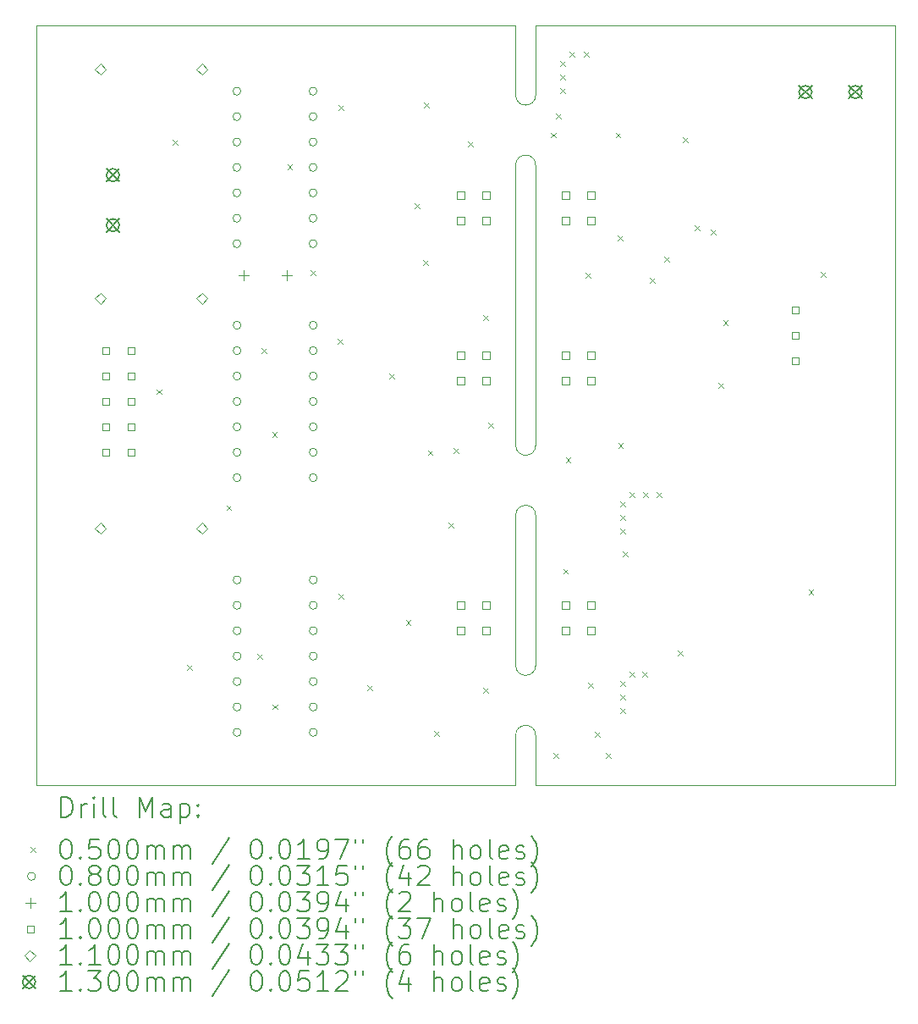
<source format=gbr>
%TF.GenerationSoftware,KiCad,Pcbnew,6.0.10-86aedd382b~118~ubuntu20.04.1*%
%TF.CreationDate,2023-01-20T20:18:41+03:00*%
%TF.ProjectId,PMSM_driver,504d534d-5f64-4726-9976-65722e6b6963,v0.1*%
%TF.SameCoordinates,Original*%
%TF.FileFunction,Drillmap*%
%TF.FilePolarity,Positive*%
%FSLAX45Y45*%
G04 Gerber Fmt 4.5, Leading zero omitted, Abs format (unit mm)*
G04 Created by KiCad (PCBNEW 6.0.10-86aedd382b~118~ubuntu20.04.1) date 2023-01-20 20:18:41*
%MOMM*%
%LPD*%
G01*
G04 APERTURE LIST*
%ADD10C,0.100000*%
%ADD11C,0.200000*%
%ADD12C,0.050000*%
%ADD13C,0.080000*%
%ADD14C,0.110000*%
%ADD15C,0.130000*%
G04 APERTURE END LIST*
D10*
X14800000Y-12200000D02*
G75*
G03*
X14600000Y-12200000I-100000J0D01*
G01*
X14600000Y-6500000D02*
X14600000Y-9300000D01*
X18400000Y-12700000D02*
X14800000Y-12700000D01*
X9800000Y-12700000D02*
X14600000Y-12700000D01*
X14600000Y-5100000D02*
X9800000Y-5100000D01*
X9800000Y-5100000D02*
X9800000Y-12700000D01*
X14600000Y-12200000D02*
X14600000Y-12700000D01*
X14600000Y-10000000D02*
X14600000Y-11500000D01*
X14600000Y-9300000D02*
G75*
G03*
X14800000Y-9300000I100000J0D01*
G01*
X14800000Y-5100000D02*
X14800000Y-5800000D01*
X14800000Y-10000000D02*
G75*
G03*
X14600000Y-10000000I-100000J0D01*
G01*
X14600000Y-5800000D02*
G75*
G03*
X14800000Y-5800000I100000J0D01*
G01*
X18400000Y-5100000D02*
X18400000Y-12700000D01*
X14800000Y-12200000D02*
X14800000Y-12700000D01*
X14800000Y-5100000D02*
X18400000Y-5100000D01*
X14600000Y-11500000D02*
G75*
G03*
X14800000Y-11500000I100000J0D01*
G01*
X14800000Y-11500000D02*
X14800000Y-10000000D01*
X14800000Y-9300000D02*
X14800000Y-6500000D01*
X14800000Y-6500000D02*
G75*
G03*
X14600000Y-6500000I-100000J0D01*
G01*
X14600000Y-5800000D02*
X14600000Y-5100000D01*
D11*
D12*
X11005000Y-8740000D02*
X11055000Y-8790000D01*
X11055000Y-8740000D02*
X11005000Y-8790000D01*
X11170000Y-6250000D02*
X11220000Y-6300000D01*
X11220000Y-6250000D02*
X11170000Y-6300000D01*
X11315000Y-11495000D02*
X11365000Y-11545000D01*
X11365000Y-11495000D02*
X11315000Y-11545000D01*
X11705000Y-9900000D02*
X11755000Y-9950000D01*
X11755000Y-9900000D02*
X11705000Y-9950000D01*
X12015000Y-11382500D02*
X12065000Y-11432500D01*
X12065000Y-11382500D02*
X12015000Y-11432500D01*
X12060000Y-8330000D02*
X12110000Y-8380000D01*
X12110000Y-8330000D02*
X12060000Y-8380000D01*
X12162500Y-9167500D02*
X12212500Y-9217500D01*
X12212500Y-9167500D02*
X12162500Y-9217500D01*
X12167500Y-11890000D02*
X12217500Y-11940000D01*
X12217500Y-11890000D02*
X12167500Y-11940000D01*
X12315000Y-6495000D02*
X12365000Y-6545000D01*
X12365000Y-6495000D02*
X12315000Y-6545000D01*
X12550000Y-7550000D02*
X12600000Y-7600000D01*
X12600000Y-7550000D02*
X12550000Y-7600000D01*
X12815000Y-8240000D02*
X12865000Y-8290000D01*
X12865000Y-8240000D02*
X12815000Y-8290000D01*
X12825000Y-5900000D02*
X12875000Y-5950000D01*
X12875000Y-5900000D02*
X12825000Y-5950000D01*
X12830000Y-10785000D02*
X12880000Y-10835000D01*
X12880000Y-10785000D02*
X12830000Y-10835000D01*
X13117500Y-11702500D02*
X13167500Y-11752500D01*
X13167500Y-11702500D02*
X13117500Y-11752500D01*
X13338000Y-8583000D02*
X13388000Y-8633000D01*
X13388000Y-8583000D02*
X13338000Y-8633000D01*
X13500000Y-11050000D02*
X13550000Y-11100000D01*
X13550000Y-11050000D02*
X13500000Y-11100000D01*
X13586000Y-6879000D02*
X13636000Y-6929000D01*
X13636000Y-6879000D02*
X13586000Y-6929000D01*
X13675000Y-7450000D02*
X13725000Y-7500000D01*
X13725000Y-7450000D02*
X13675000Y-7500000D01*
X13685000Y-5877500D02*
X13735000Y-5927500D01*
X13735000Y-5877500D02*
X13685000Y-5927500D01*
X13720000Y-9350000D02*
X13770000Y-9400000D01*
X13770000Y-9350000D02*
X13720000Y-9400000D01*
X13785000Y-12155000D02*
X13835000Y-12205000D01*
X13835000Y-12155000D02*
X13785000Y-12205000D01*
X13925000Y-10075000D02*
X13975000Y-10125000D01*
X13975000Y-10075000D02*
X13925000Y-10125000D01*
X13975000Y-9325000D02*
X14025000Y-9375000D01*
X14025000Y-9325000D02*
X13975000Y-9375000D01*
X14125000Y-6265000D02*
X14175000Y-6315000D01*
X14175000Y-6265000D02*
X14125000Y-6315000D01*
X14275000Y-8000000D02*
X14325000Y-8050000D01*
X14325000Y-8000000D02*
X14275000Y-8050000D01*
X14275000Y-11725000D02*
X14325000Y-11775000D01*
X14325000Y-11725000D02*
X14275000Y-11775000D01*
X14325000Y-9075000D02*
X14375000Y-9125000D01*
X14375000Y-9075000D02*
X14325000Y-9125000D01*
X14950000Y-6175000D02*
X15000000Y-6225000D01*
X15000000Y-6175000D02*
X14950000Y-6225000D01*
X14975000Y-12375000D02*
X15025000Y-12425000D01*
X15025000Y-12375000D02*
X14975000Y-12425000D01*
X15000000Y-5985000D02*
X15050000Y-6035000D01*
X15050000Y-5985000D02*
X15000000Y-6035000D01*
X15045000Y-5460000D02*
X15095000Y-5510000D01*
X15095000Y-5460000D02*
X15045000Y-5510000D01*
X15045000Y-5595000D02*
X15095000Y-5645000D01*
X15095000Y-5595000D02*
X15045000Y-5645000D01*
X15045000Y-5730000D02*
X15095000Y-5780000D01*
X15095000Y-5730000D02*
X15045000Y-5780000D01*
X15075000Y-10535000D02*
X15125000Y-10585000D01*
X15125000Y-10535000D02*
X15075000Y-10585000D01*
X15100000Y-9425000D02*
X15150000Y-9475000D01*
X15150000Y-9425000D02*
X15100000Y-9475000D01*
X15140000Y-5365000D02*
X15190000Y-5415000D01*
X15190000Y-5365000D02*
X15140000Y-5415000D01*
X15280000Y-5365000D02*
X15330000Y-5415000D01*
X15330000Y-5365000D02*
X15280000Y-5415000D01*
X15300000Y-7575000D02*
X15350000Y-7625000D01*
X15350000Y-7575000D02*
X15300000Y-7625000D01*
X15325000Y-11675000D02*
X15375000Y-11725000D01*
X15375000Y-11675000D02*
X15325000Y-11725000D01*
X15392500Y-12165500D02*
X15442500Y-12215500D01*
X15442500Y-12165500D02*
X15392500Y-12215500D01*
X15500000Y-12375000D02*
X15550000Y-12425000D01*
X15550000Y-12375000D02*
X15500000Y-12425000D01*
X15600000Y-6175000D02*
X15650000Y-6225000D01*
X15650000Y-6175000D02*
X15600000Y-6225000D01*
X15617500Y-7200000D02*
X15667500Y-7250000D01*
X15667500Y-7200000D02*
X15617500Y-7250000D01*
X15625000Y-9275000D02*
X15675000Y-9325000D01*
X15675000Y-9275000D02*
X15625000Y-9325000D01*
X15645000Y-9860000D02*
X15695000Y-9910000D01*
X15695000Y-9860000D02*
X15645000Y-9910000D01*
X15645000Y-9995000D02*
X15695000Y-10045000D01*
X15695000Y-9995000D02*
X15645000Y-10045000D01*
X15645000Y-10130000D02*
X15695000Y-10180000D01*
X15695000Y-10130000D02*
X15645000Y-10180000D01*
X15645000Y-11660000D02*
X15695000Y-11710000D01*
X15695000Y-11660000D02*
X15645000Y-11710000D01*
X15645000Y-11795000D02*
X15695000Y-11845000D01*
X15695000Y-11795000D02*
X15645000Y-11845000D01*
X15645000Y-11930000D02*
X15695000Y-11980000D01*
X15695000Y-11930000D02*
X15645000Y-11980000D01*
X15675000Y-10365000D02*
X15725000Y-10415000D01*
X15725000Y-10365000D02*
X15675000Y-10415000D01*
X15740000Y-9765000D02*
X15790000Y-9815000D01*
X15790000Y-9765000D02*
X15740000Y-9815000D01*
X15740000Y-11562500D02*
X15790000Y-11612500D01*
X15790000Y-11562500D02*
X15740000Y-11612500D01*
X15870000Y-11562500D02*
X15920000Y-11612500D01*
X15920000Y-11562500D02*
X15870000Y-11612500D01*
X15875000Y-9765000D02*
X15925000Y-9815000D01*
X15925000Y-9765000D02*
X15875000Y-9815000D01*
X15940000Y-7630000D02*
X15990000Y-7680000D01*
X15990000Y-7630000D02*
X15940000Y-7680000D01*
X16010000Y-9765000D02*
X16060000Y-9815000D01*
X16060000Y-9765000D02*
X16010000Y-9815000D01*
X16085000Y-7415000D02*
X16135000Y-7465000D01*
X16135000Y-7415000D02*
X16085000Y-7465000D01*
X16225000Y-11350000D02*
X16275000Y-11400000D01*
X16275000Y-11350000D02*
X16225000Y-11400000D01*
X16275000Y-6225000D02*
X16325000Y-6275000D01*
X16325000Y-6225000D02*
X16275000Y-6275000D01*
X16395000Y-7105000D02*
X16445000Y-7155000D01*
X16445000Y-7105000D02*
X16395000Y-7155000D01*
X16555000Y-7145000D02*
X16605000Y-7195000D01*
X16605000Y-7145000D02*
X16555000Y-7195000D01*
X16625000Y-8680000D02*
X16675000Y-8730000D01*
X16675000Y-8680000D02*
X16625000Y-8730000D01*
X16675000Y-8050000D02*
X16725000Y-8100000D01*
X16725000Y-8050000D02*
X16675000Y-8100000D01*
X17530000Y-10745000D02*
X17580000Y-10795000D01*
X17580000Y-10745000D02*
X17530000Y-10795000D01*
X17655000Y-7570000D02*
X17705000Y-7620000D01*
X17705000Y-7570000D02*
X17655000Y-7620000D01*
D13*
X11850000Y-5760000D02*
G75*
G03*
X11850000Y-5760000I-40000J0D01*
G01*
X11850000Y-6014000D02*
G75*
G03*
X11850000Y-6014000I-40000J0D01*
G01*
X11850000Y-6268000D02*
G75*
G03*
X11850000Y-6268000I-40000J0D01*
G01*
X11850000Y-6522000D02*
G75*
G03*
X11850000Y-6522000I-40000J0D01*
G01*
X11850000Y-6776000D02*
G75*
G03*
X11850000Y-6776000I-40000J0D01*
G01*
X11850000Y-7030000D02*
G75*
G03*
X11850000Y-7030000I-40000J0D01*
G01*
X11850000Y-7284000D02*
G75*
G03*
X11850000Y-7284000I-40000J0D01*
G01*
X11852540Y-8100000D02*
G75*
G03*
X11852540Y-8100000I-40000J0D01*
G01*
X11852540Y-8354000D02*
G75*
G03*
X11852540Y-8354000I-40000J0D01*
G01*
X11852540Y-8608000D02*
G75*
G03*
X11852540Y-8608000I-40000J0D01*
G01*
X11852540Y-8862000D02*
G75*
G03*
X11852540Y-8862000I-40000J0D01*
G01*
X11852540Y-9116000D02*
G75*
G03*
X11852540Y-9116000I-40000J0D01*
G01*
X11852540Y-9370000D02*
G75*
G03*
X11852540Y-9370000I-40000J0D01*
G01*
X11852540Y-9624000D02*
G75*
G03*
X11852540Y-9624000I-40000J0D01*
G01*
X11853000Y-10646000D02*
G75*
G03*
X11853000Y-10646000I-40000J0D01*
G01*
X11853000Y-10900000D02*
G75*
G03*
X11853000Y-10900000I-40000J0D01*
G01*
X11853000Y-11154000D02*
G75*
G03*
X11853000Y-11154000I-40000J0D01*
G01*
X11853000Y-11408000D02*
G75*
G03*
X11853000Y-11408000I-40000J0D01*
G01*
X11853000Y-11662000D02*
G75*
G03*
X11853000Y-11662000I-40000J0D01*
G01*
X11853000Y-11916000D02*
G75*
G03*
X11853000Y-11916000I-40000J0D01*
G01*
X11853000Y-12170000D02*
G75*
G03*
X11853000Y-12170000I-40000J0D01*
G01*
X12612000Y-5760000D02*
G75*
G03*
X12612000Y-5760000I-40000J0D01*
G01*
X12612000Y-6014000D02*
G75*
G03*
X12612000Y-6014000I-40000J0D01*
G01*
X12612000Y-6268000D02*
G75*
G03*
X12612000Y-6268000I-40000J0D01*
G01*
X12612000Y-6522000D02*
G75*
G03*
X12612000Y-6522000I-40000J0D01*
G01*
X12612000Y-6776000D02*
G75*
G03*
X12612000Y-6776000I-40000J0D01*
G01*
X12612000Y-7030000D02*
G75*
G03*
X12612000Y-7030000I-40000J0D01*
G01*
X12612000Y-7284000D02*
G75*
G03*
X12612000Y-7284000I-40000J0D01*
G01*
X12614540Y-8100000D02*
G75*
G03*
X12614540Y-8100000I-40000J0D01*
G01*
X12614540Y-8354000D02*
G75*
G03*
X12614540Y-8354000I-40000J0D01*
G01*
X12614540Y-8608000D02*
G75*
G03*
X12614540Y-8608000I-40000J0D01*
G01*
X12614540Y-8862000D02*
G75*
G03*
X12614540Y-8862000I-40000J0D01*
G01*
X12614540Y-9116000D02*
G75*
G03*
X12614540Y-9116000I-40000J0D01*
G01*
X12614540Y-9370000D02*
G75*
G03*
X12614540Y-9370000I-40000J0D01*
G01*
X12614540Y-9624000D02*
G75*
G03*
X12614540Y-9624000I-40000J0D01*
G01*
X12615000Y-10646000D02*
G75*
G03*
X12615000Y-10646000I-40000J0D01*
G01*
X12615000Y-10900000D02*
G75*
G03*
X12615000Y-10900000I-40000J0D01*
G01*
X12615000Y-11154000D02*
G75*
G03*
X12615000Y-11154000I-40000J0D01*
G01*
X12615000Y-11408000D02*
G75*
G03*
X12615000Y-11408000I-40000J0D01*
G01*
X12615000Y-11662000D02*
G75*
G03*
X12615000Y-11662000I-40000J0D01*
G01*
X12615000Y-11916000D02*
G75*
G03*
X12615000Y-11916000I-40000J0D01*
G01*
X12615000Y-12170000D02*
G75*
G03*
X12615000Y-12170000I-40000J0D01*
G01*
D10*
X11875000Y-7550000D02*
X11875000Y-7650000D01*
X11825000Y-7600000D02*
X11925000Y-7600000D01*
X12307500Y-7550000D02*
X12307500Y-7650000D01*
X12257500Y-7600000D02*
X12357500Y-7600000D01*
X10535356Y-8389356D02*
X10535356Y-8318644D01*
X10464644Y-8318644D01*
X10464644Y-8389356D01*
X10535356Y-8389356D01*
X10535356Y-8643356D02*
X10535356Y-8572644D01*
X10464644Y-8572644D01*
X10464644Y-8643356D01*
X10535356Y-8643356D01*
X10535356Y-8897356D02*
X10535356Y-8826644D01*
X10464644Y-8826644D01*
X10464644Y-8897356D01*
X10535356Y-8897356D01*
X10535356Y-9151356D02*
X10535356Y-9080644D01*
X10464644Y-9080644D01*
X10464644Y-9151356D01*
X10535356Y-9151356D01*
X10535356Y-9405356D02*
X10535356Y-9334644D01*
X10464644Y-9334644D01*
X10464644Y-9405356D01*
X10535356Y-9405356D01*
X10789356Y-8389356D02*
X10789356Y-8318644D01*
X10718644Y-8318644D01*
X10718644Y-8389356D01*
X10789356Y-8389356D01*
X10789356Y-8643356D02*
X10789356Y-8572644D01*
X10718644Y-8572644D01*
X10718644Y-8643356D01*
X10789356Y-8643356D01*
X10789356Y-8897356D02*
X10789356Y-8826644D01*
X10718644Y-8826644D01*
X10718644Y-8897356D01*
X10789356Y-8897356D01*
X10789356Y-9151356D02*
X10789356Y-9080644D01*
X10718644Y-9080644D01*
X10718644Y-9151356D01*
X10789356Y-9151356D01*
X10789356Y-9405356D02*
X10789356Y-9334644D01*
X10718644Y-9334644D01*
X10718644Y-9405356D01*
X10789356Y-9405356D01*
X14085356Y-6835356D02*
X14085356Y-6764644D01*
X14014644Y-6764644D01*
X14014644Y-6835356D01*
X14085356Y-6835356D01*
X14085356Y-7089356D02*
X14085356Y-7018644D01*
X14014644Y-7018644D01*
X14014644Y-7089356D01*
X14085356Y-7089356D01*
X14085356Y-8435356D02*
X14085356Y-8364644D01*
X14014644Y-8364644D01*
X14014644Y-8435356D01*
X14085356Y-8435356D01*
X14085356Y-8689356D02*
X14085356Y-8618644D01*
X14014644Y-8618644D01*
X14014644Y-8689356D01*
X14085356Y-8689356D01*
X14085356Y-10935356D02*
X14085356Y-10864644D01*
X14014644Y-10864644D01*
X14014644Y-10935356D01*
X14085356Y-10935356D01*
X14085356Y-11189356D02*
X14085356Y-11118644D01*
X14014644Y-11118644D01*
X14014644Y-11189356D01*
X14085356Y-11189356D01*
X14339356Y-6835356D02*
X14339356Y-6764644D01*
X14268644Y-6764644D01*
X14268644Y-6835356D01*
X14339356Y-6835356D01*
X14339356Y-7089356D02*
X14339356Y-7018644D01*
X14268644Y-7018644D01*
X14268644Y-7089356D01*
X14339356Y-7089356D01*
X14339356Y-8435356D02*
X14339356Y-8364644D01*
X14268644Y-8364644D01*
X14268644Y-8435356D01*
X14339356Y-8435356D01*
X14339356Y-8689356D02*
X14339356Y-8618644D01*
X14268644Y-8618644D01*
X14268644Y-8689356D01*
X14339356Y-8689356D01*
X14339356Y-10935356D02*
X14339356Y-10864644D01*
X14268644Y-10864644D01*
X14268644Y-10935356D01*
X14339356Y-10935356D01*
X14339356Y-11189356D02*
X14339356Y-11118644D01*
X14268644Y-11118644D01*
X14268644Y-11189356D01*
X14339356Y-11189356D01*
X15135356Y-6835356D02*
X15135356Y-6764644D01*
X15064644Y-6764644D01*
X15064644Y-6835356D01*
X15135356Y-6835356D01*
X15135356Y-7089356D02*
X15135356Y-7018644D01*
X15064644Y-7018644D01*
X15064644Y-7089356D01*
X15135356Y-7089356D01*
X15135356Y-8435356D02*
X15135356Y-8364644D01*
X15064644Y-8364644D01*
X15064644Y-8435356D01*
X15135356Y-8435356D01*
X15135356Y-8689356D02*
X15135356Y-8618644D01*
X15064644Y-8618644D01*
X15064644Y-8689356D01*
X15135356Y-8689356D01*
X15135356Y-10935356D02*
X15135356Y-10864644D01*
X15064644Y-10864644D01*
X15064644Y-10935356D01*
X15135356Y-10935356D01*
X15135356Y-11189356D02*
X15135356Y-11118644D01*
X15064644Y-11118644D01*
X15064644Y-11189356D01*
X15135356Y-11189356D01*
X15389356Y-6835356D02*
X15389356Y-6764644D01*
X15318644Y-6764644D01*
X15318644Y-6835356D01*
X15389356Y-6835356D01*
X15389356Y-7089356D02*
X15389356Y-7018644D01*
X15318644Y-7018644D01*
X15318644Y-7089356D01*
X15389356Y-7089356D01*
X15389356Y-8435356D02*
X15389356Y-8364644D01*
X15318644Y-8364644D01*
X15318644Y-8435356D01*
X15389356Y-8435356D01*
X15389356Y-8689356D02*
X15389356Y-8618644D01*
X15318644Y-8618644D01*
X15318644Y-8689356D01*
X15389356Y-8689356D01*
X15389356Y-10935356D02*
X15389356Y-10864644D01*
X15318644Y-10864644D01*
X15318644Y-10935356D01*
X15389356Y-10935356D01*
X15389356Y-11189356D02*
X15389356Y-11118644D01*
X15318644Y-11118644D01*
X15318644Y-11189356D01*
X15389356Y-11189356D01*
X17435356Y-7985356D02*
X17435356Y-7914644D01*
X17364644Y-7914644D01*
X17364644Y-7985356D01*
X17435356Y-7985356D01*
X17435356Y-8239356D02*
X17435356Y-8168644D01*
X17364644Y-8168644D01*
X17364644Y-8239356D01*
X17435356Y-8239356D01*
X17435356Y-8493356D02*
X17435356Y-8422644D01*
X17364644Y-8422644D01*
X17364644Y-8493356D01*
X17435356Y-8493356D01*
D14*
X10444000Y-5595000D02*
X10499000Y-5540000D01*
X10444000Y-5485000D01*
X10389000Y-5540000D01*
X10444000Y-5595000D01*
X10444000Y-7885000D02*
X10499000Y-7830000D01*
X10444000Y-7775000D01*
X10389000Y-7830000D01*
X10444000Y-7885000D01*
X10444000Y-10185000D02*
X10499000Y-10130000D01*
X10444000Y-10075000D01*
X10389000Y-10130000D01*
X10444000Y-10185000D01*
X11460000Y-5595000D02*
X11515000Y-5540000D01*
X11460000Y-5485000D01*
X11405000Y-5540000D01*
X11460000Y-5595000D01*
X11460000Y-7885000D02*
X11515000Y-7830000D01*
X11460000Y-7775000D01*
X11405000Y-7830000D01*
X11460000Y-7885000D01*
X11460000Y-10185000D02*
X11515000Y-10130000D01*
X11460000Y-10075000D01*
X11405000Y-10130000D01*
X11460000Y-10185000D01*
D15*
X10504500Y-6535000D02*
X10634500Y-6665000D01*
X10634500Y-6535000D02*
X10504500Y-6665000D01*
X10634500Y-6600000D02*
G75*
G03*
X10634500Y-6600000I-65000J0D01*
G01*
X10504500Y-7035000D02*
X10634500Y-7165000D01*
X10634500Y-7035000D02*
X10504500Y-7165000D01*
X10634500Y-7100000D02*
G75*
G03*
X10634500Y-7100000I-65000J0D01*
G01*
X17435000Y-5704500D02*
X17565000Y-5834500D01*
X17565000Y-5704500D02*
X17435000Y-5834500D01*
X17565000Y-5769500D02*
G75*
G03*
X17565000Y-5769500I-65000J0D01*
G01*
X17935000Y-5704500D02*
X18065000Y-5834500D01*
X18065000Y-5704500D02*
X17935000Y-5834500D01*
X18065000Y-5769500D02*
G75*
G03*
X18065000Y-5769500I-65000J0D01*
G01*
D11*
X10052619Y-13015476D02*
X10052619Y-12815476D01*
X10100238Y-12815476D01*
X10128810Y-12825000D01*
X10147857Y-12844048D01*
X10157381Y-12863095D01*
X10166905Y-12901190D01*
X10166905Y-12929762D01*
X10157381Y-12967857D01*
X10147857Y-12986905D01*
X10128810Y-13005952D01*
X10100238Y-13015476D01*
X10052619Y-13015476D01*
X10252619Y-13015476D02*
X10252619Y-12882143D01*
X10252619Y-12920238D02*
X10262143Y-12901190D01*
X10271667Y-12891667D01*
X10290714Y-12882143D01*
X10309762Y-12882143D01*
X10376429Y-13015476D02*
X10376429Y-12882143D01*
X10376429Y-12815476D02*
X10366905Y-12825000D01*
X10376429Y-12834524D01*
X10385952Y-12825000D01*
X10376429Y-12815476D01*
X10376429Y-12834524D01*
X10500238Y-13015476D02*
X10481190Y-13005952D01*
X10471667Y-12986905D01*
X10471667Y-12815476D01*
X10605000Y-13015476D02*
X10585952Y-13005952D01*
X10576429Y-12986905D01*
X10576429Y-12815476D01*
X10833571Y-13015476D02*
X10833571Y-12815476D01*
X10900238Y-12958333D01*
X10966905Y-12815476D01*
X10966905Y-13015476D01*
X11147857Y-13015476D02*
X11147857Y-12910714D01*
X11138333Y-12891667D01*
X11119286Y-12882143D01*
X11081190Y-12882143D01*
X11062143Y-12891667D01*
X11147857Y-13005952D02*
X11128810Y-13015476D01*
X11081190Y-13015476D01*
X11062143Y-13005952D01*
X11052619Y-12986905D01*
X11052619Y-12967857D01*
X11062143Y-12948809D01*
X11081190Y-12939286D01*
X11128810Y-12939286D01*
X11147857Y-12929762D01*
X11243095Y-12882143D02*
X11243095Y-13082143D01*
X11243095Y-12891667D02*
X11262143Y-12882143D01*
X11300238Y-12882143D01*
X11319286Y-12891667D01*
X11328809Y-12901190D01*
X11338333Y-12920238D01*
X11338333Y-12977381D01*
X11328809Y-12996428D01*
X11319286Y-13005952D01*
X11300238Y-13015476D01*
X11262143Y-13015476D01*
X11243095Y-13005952D01*
X11424048Y-12996428D02*
X11433571Y-13005952D01*
X11424048Y-13015476D01*
X11414524Y-13005952D01*
X11424048Y-12996428D01*
X11424048Y-13015476D01*
X11424048Y-12891667D02*
X11433571Y-12901190D01*
X11424048Y-12910714D01*
X11414524Y-12901190D01*
X11424048Y-12891667D01*
X11424048Y-12910714D01*
D12*
X9745000Y-13320000D02*
X9795000Y-13370000D01*
X9795000Y-13320000D02*
X9745000Y-13370000D01*
D11*
X10090714Y-13235476D02*
X10109762Y-13235476D01*
X10128810Y-13245000D01*
X10138333Y-13254524D01*
X10147857Y-13273571D01*
X10157381Y-13311667D01*
X10157381Y-13359286D01*
X10147857Y-13397381D01*
X10138333Y-13416428D01*
X10128810Y-13425952D01*
X10109762Y-13435476D01*
X10090714Y-13435476D01*
X10071667Y-13425952D01*
X10062143Y-13416428D01*
X10052619Y-13397381D01*
X10043095Y-13359286D01*
X10043095Y-13311667D01*
X10052619Y-13273571D01*
X10062143Y-13254524D01*
X10071667Y-13245000D01*
X10090714Y-13235476D01*
X10243095Y-13416428D02*
X10252619Y-13425952D01*
X10243095Y-13435476D01*
X10233571Y-13425952D01*
X10243095Y-13416428D01*
X10243095Y-13435476D01*
X10433571Y-13235476D02*
X10338333Y-13235476D01*
X10328810Y-13330714D01*
X10338333Y-13321190D01*
X10357381Y-13311667D01*
X10405000Y-13311667D01*
X10424048Y-13321190D01*
X10433571Y-13330714D01*
X10443095Y-13349762D01*
X10443095Y-13397381D01*
X10433571Y-13416428D01*
X10424048Y-13425952D01*
X10405000Y-13435476D01*
X10357381Y-13435476D01*
X10338333Y-13425952D01*
X10328810Y-13416428D01*
X10566905Y-13235476D02*
X10585952Y-13235476D01*
X10605000Y-13245000D01*
X10614524Y-13254524D01*
X10624048Y-13273571D01*
X10633571Y-13311667D01*
X10633571Y-13359286D01*
X10624048Y-13397381D01*
X10614524Y-13416428D01*
X10605000Y-13425952D01*
X10585952Y-13435476D01*
X10566905Y-13435476D01*
X10547857Y-13425952D01*
X10538333Y-13416428D01*
X10528810Y-13397381D01*
X10519286Y-13359286D01*
X10519286Y-13311667D01*
X10528810Y-13273571D01*
X10538333Y-13254524D01*
X10547857Y-13245000D01*
X10566905Y-13235476D01*
X10757381Y-13235476D02*
X10776429Y-13235476D01*
X10795476Y-13245000D01*
X10805000Y-13254524D01*
X10814524Y-13273571D01*
X10824048Y-13311667D01*
X10824048Y-13359286D01*
X10814524Y-13397381D01*
X10805000Y-13416428D01*
X10795476Y-13425952D01*
X10776429Y-13435476D01*
X10757381Y-13435476D01*
X10738333Y-13425952D01*
X10728810Y-13416428D01*
X10719286Y-13397381D01*
X10709762Y-13359286D01*
X10709762Y-13311667D01*
X10719286Y-13273571D01*
X10728810Y-13254524D01*
X10738333Y-13245000D01*
X10757381Y-13235476D01*
X10909762Y-13435476D02*
X10909762Y-13302143D01*
X10909762Y-13321190D02*
X10919286Y-13311667D01*
X10938333Y-13302143D01*
X10966905Y-13302143D01*
X10985952Y-13311667D01*
X10995476Y-13330714D01*
X10995476Y-13435476D01*
X10995476Y-13330714D02*
X11005000Y-13311667D01*
X11024048Y-13302143D01*
X11052619Y-13302143D01*
X11071667Y-13311667D01*
X11081190Y-13330714D01*
X11081190Y-13435476D01*
X11176429Y-13435476D02*
X11176429Y-13302143D01*
X11176429Y-13321190D02*
X11185952Y-13311667D01*
X11205000Y-13302143D01*
X11233571Y-13302143D01*
X11252619Y-13311667D01*
X11262143Y-13330714D01*
X11262143Y-13435476D01*
X11262143Y-13330714D02*
X11271667Y-13311667D01*
X11290714Y-13302143D01*
X11319286Y-13302143D01*
X11338333Y-13311667D01*
X11347857Y-13330714D01*
X11347857Y-13435476D01*
X11738333Y-13225952D02*
X11566905Y-13483095D01*
X11995476Y-13235476D02*
X12014524Y-13235476D01*
X12033571Y-13245000D01*
X12043095Y-13254524D01*
X12052619Y-13273571D01*
X12062143Y-13311667D01*
X12062143Y-13359286D01*
X12052619Y-13397381D01*
X12043095Y-13416428D01*
X12033571Y-13425952D01*
X12014524Y-13435476D01*
X11995476Y-13435476D01*
X11976428Y-13425952D01*
X11966905Y-13416428D01*
X11957381Y-13397381D01*
X11947857Y-13359286D01*
X11947857Y-13311667D01*
X11957381Y-13273571D01*
X11966905Y-13254524D01*
X11976428Y-13245000D01*
X11995476Y-13235476D01*
X12147857Y-13416428D02*
X12157381Y-13425952D01*
X12147857Y-13435476D01*
X12138333Y-13425952D01*
X12147857Y-13416428D01*
X12147857Y-13435476D01*
X12281190Y-13235476D02*
X12300238Y-13235476D01*
X12319286Y-13245000D01*
X12328809Y-13254524D01*
X12338333Y-13273571D01*
X12347857Y-13311667D01*
X12347857Y-13359286D01*
X12338333Y-13397381D01*
X12328809Y-13416428D01*
X12319286Y-13425952D01*
X12300238Y-13435476D01*
X12281190Y-13435476D01*
X12262143Y-13425952D01*
X12252619Y-13416428D01*
X12243095Y-13397381D01*
X12233571Y-13359286D01*
X12233571Y-13311667D01*
X12243095Y-13273571D01*
X12252619Y-13254524D01*
X12262143Y-13245000D01*
X12281190Y-13235476D01*
X12538333Y-13435476D02*
X12424048Y-13435476D01*
X12481190Y-13435476D02*
X12481190Y-13235476D01*
X12462143Y-13264048D01*
X12443095Y-13283095D01*
X12424048Y-13292619D01*
X12633571Y-13435476D02*
X12671667Y-13435476D01*
X12690714Y-13425952D01*
X12700238Y-13416428D01*
X12719286Y-13387857D01*
X12728809Y-13349762D01*
X12728809Y-13273571D01*
X12719286Y-13254524D01*
X12709762Y-13245000D01*
X12690714Y-13235476D01*
X12652619Y-13235476D01*
X12633571Y-13245000D01*
X12624048Y-13254524D01*
X12614524Y-13273571D01*
X12614524Y-13321190D01*
X12624048Y-13340238D01*
X12633571Y-13349762D01*
X12652619Y-13359286D01*
X12690714Y-13359286D01*
X12709762Y-13349762D01*
X12719286Y-13340238D01*
X12728809Y-13321190D01*
X12795476Y-13235476D02*
X12928809Y-13235476D01*
X12843095Y-13435476D01*
X12995476Y-13235476D02*
X12995476Y-13273571D01*
X13071667Y-13235476D02*
X13071667Y-13273571D01*
X13366905Y-13511667D02*
X13357381Y-13502143D01*
X13338333Y-13473571D01*
X13328809Y-13454524D01*
X13319286Y-13425952D01*
X13309762Y-13378333D01*
X13309762Y-13340238D01*
X13319286Y-13292619D01*
X13328809Y-13264048D01*
X13338333Y-13245000D01*
X13357381Y-13216428D01*
X13366905Y-13206905D01*
X13528809Y-13235476D02*
X13490714Y-13235476D01*
X13471667Y-13245000D01*
X13462143Y-13254524D01*
X13443095Y-13283095D01*
X13433571Y-13321190D01*
X13433571Y-13397381D01*
X13443095Y-13416428D01*
X13452619Y-13425952D01*
X13471667Y-13435476D01*
X13509762Y-13435476D01*
X13528809Y-13425952D01*
X13538333Y-13416428D01*
X13547857Y-13397381D01*
X13547857Y-13349762D01*
X13538333Y-13330714D01*
X13528809Y-13321190D01*
X13509762Y-13311667D01*
X13471667Y-13311667D01*
X13452619Y-13321190D01*
X13443095Y-13330714D01*
X13433571Y-13349762D01*
X13719286Y-13235476D02*
X13681190Y-13235476D01*
X13662143Y-13245000D01*
X13652619Y-13254524D01*
X13633571Y-13283095D01*
X13624048Y-13321190D01*
X13624048Y-13397381D01*
X13633571Y-13416428D01*
X13643095Y-13425952D01*
X13662143Y-13435476D01*
X13700238Y-13435476D01*
X13719286Y-13425952D01*
X13728809Y-13416428D01*
X13738333Y-13397381D01*
X13738333Y-13349762D01*
X13728809Y-13330714D01*
X13719286Y-13321190D01*
X13700238Y-13311667D01*
X13662143Y-13311667D01*
X13643095Y-13321190D01*
X13633571Y-13330714D01*
X13624048Y-13349762D01*
X13976428Y-13435476D02*
X13976428Y-13235476D01*
X14062143Y-13435476D02*
X14062143Y-13330714D01*
X14052619Y-13311667D01*
X14033571Y-13302143D01*
X14005000Y-13302143D01*
X13985952Y-13311667D01*
X13976428Y-13321190D01*
X14185952Y-13435476D02*
X14166905Y-13425952D01*
X14157381Y-13416428D01*
X14147857Y-13397381D01*
X14147857Y-13340238D01*
X14157381Y-13321190D01*
X14166905Y-13311667D01*
X14185952Y-13302143D01*
X14214524Y-13302143D01*
X14233571Y-13311667D01*
X14243095Y-13321190D01*
X14252619Y-13340238D01*
X14252619Y-13397381D01*
X14243095Y-13416428D01*
X14233571Y-13425952D01*
X14214524Y-13435476D01*
X14185952Y-13435476D01*
X14366905Y-13435476D02*
X14347857Y-13425952D01*
X14338333Y-13406905D01*
X14338333Y-13235476D01*
X14519286Y-13425952D02*
X14500238Y-13435476D01*
X14462143Y-13435476D01*
X14443095Y-13425952D01*
X14433571Y-13406905D01*
X14433571Y-13330714D01*
X14443095Y-13311667D01*
X14462143Y-13302143D01*
X14500238Y-13302143D01*
X14519286Y-13311667D01*
X14528809Y-13330714D01*
X14528809Y-13349762D01*
X14433571Y-13368809D01*
X14605000Y-13425952D02*
X14624048Y-13435476D01*
X14662143Y-13435476D01*
X14681190Y-13425952D01*
X14690714Y-13406905D01*
X14690714Y-13397381D01*
X14681190Y-13378333D01*
X14662143Y-13368809D01*
X14633571Y-13368809D01*
X14614524Y-13359286D01*
X14605000Y-13340238D01*
X14605000Y-13330714D01*
X14614524Y-13311667D01*
X14633571Y-13302143D01*
X14662143Y-13302143D01*
X14681190Y-13311667D01*
X14757381Y-13511667D02*
X14766905Y-13502143D01*
X14785952Y-13473571D01*
X14795476Y-13454524D01*
X14805000Y-13425952D01*
X14814524Y-13378333D01*
X14814524Y-13340238D01*
X14805000Y-13292619D01*
X14795476Y-13264048D01*
X14785952Y-13245000D01*
X14766905Y-13216428D01*
X14757381Y-13206905D01*
D13*
X9795000Y-13609000D02*
G75*
G03*
X9795000Y-13609000I-40000J0D01*
G01*
D11*
X10090714Y-13499476D02*
X10109762Y-13499476D01*
X10128810Y-13509000D01*
X10138333Y-13518524D01*
X10147857Y-13537571D01*
X10157381Y-13575667D01*
X10157381Y-13623286D01*
X10147857Y-13661381D01*
X10138333Y-13680428D01*
X10128810Y-13689952D01*
X10109762Y-13699476D01*
X10090714Y-13699476D01*
X10071667Y-13689952D01*
X10062143Y-13680428D01*
X10052619Y-13661381D01*
X10043095Y-13623286D01*
X10043095Y-13575667D01*
X10052619Y-13537571D01*
X10062143Y-13518524D01*
X10071667Y-13509000D01*
X10090714Y-13499476D01*
X10243095Y-13680428D02*
X10252619Y-13689952D01*
X10243095Y-13699476D01*
X10233571Y-13689952D01*
X10243095Y-13680428D01*
X10243095Y-13699476D01*
X10366905Y-13585190D02*
X10347857Y-13575667D01*
X10338333Y-13566143D01*
X10328810Y-13547095D01*
X10328810Y-13537571D01*
X10338333Y-13518524D01*
X10347857Y-13509000D01*
X10366905Y-13499476D01*
X10405000Y-13499476D01*
X10424048Y-13509000D01*
X10433571Y-13518524D01*
X10443095Y-13537571D01*
X10443095Y-13547095D01*
X10433571Y-13566143D01*
X10424048Y-13575667D01*
X10405000Y-13585190D01*
X10366905Y-13585190D01*
X10347857Y-13594714D01*
X10338333Y-13604238D01*
X10328810Y-13623286D01*
X10328810Y-13661381D01*
X10338333Y-13680428D01*
X10347857Y-13689952D01*
X10366905Y-13699476D01*
X10405000Y-13699476D01*
X10424048Y-13689952D01*
X10433571Y-13680428D01*
X10443095Y-13661381D01*
X10443095Y-13623286D01*
X10433571Y-13604238D01*
X10424048Y-13594714D01*
X10405000Y-13585190D01*
X10566905Y-13499476D02*
X10585952Y-13499476D01*
X10605000Y-13509000D01*
X10614524Y-13518524D01*
X10624048Y-13537571D01*
X10633571Y-13575667D01*
X10633571Y-13623286D01*
X10624048Y-13661381D01*
X10614524Y-13680428D01*
X10605000Y-13689952D01*
X10585952Y-13699476D01*
X10566905Y-13699476D01*
X10547857Y-13689952D01*
X10538333Y-13680428D01*
X10528810Y-13661381D01*
X10519286Y-13623286D01*
X10519286Y-13575667D01*
X10528810Y-13537571D01*
X10538333Y-13518524D01*
X10547857Y-13509000D01*
X10566905Y-13499476D01*
X10757381Y-13499476D02*
X10776429Y-13499476D01*
X10795476Y-13509000D01*
X10805000Y-13518524D01*
X10814524Y-13537571D01*
X10824048Y-13575667D01*
X10824048Y-13623286D01*
X10814524Y-13661381D01*
X10805000Y-13680428D01*
X10795476Y-13689952D01*
X10776429Y-13699476D01*
X10757381Y-13699476D01*
X10738333Y-13689952D01*
X10728810Y-13680428D01*
X10719286Y-13661381D01*
X10709762Y-13623286D01*
X10709762Y-13575667D01*
X10719286Y-13537571D01*
X10728810Y-13518524D01*
X10738333Y-13509000D01*
X10757381Y-13499476D01*
X10909762Y-13699476D02*
X10909762Y-13566143D01*
X10909762Y-13585190D02*
X10919286Y-13575667D01*
X10938333Y-13566143D01*
X10966905Y-13566143D01*
X10985952Y-13575667D01*
X10995476Y-13594714D01*
X10995476Y-13699476D01*
X10995476Y-13594714D02*
X11005000Y-13575667D01*
X11024048Y-13566143D01*
X11052619Y-13566143D01*
X11071667Y-13575667D01*
X11081190Y-13594714D01*
X11081190Y-13699476D01*
X11176429Y-13699476D02*
X11176429Y-13566143D01*
X11176429Y-13585190D02*
X11185952Y-13575667D01*
X11205000Y-13566143D01*
X11233571Y-13566143D01*
X11252619Y-13575667D01*
X11262143Y-13594714D01*
X11262143Y-13699476D01*
X11262143Y-13594714D02*
X11271667Y-13575667D01*
X11290714Y-13566143D01*
X11319286Y-13566143D01*
X11338333Y-13575667D01*
X11347857Y-13594714D01*
X11347857Y-13699476D01*
X11738333Y-13489952D02*
X11566905Y-13747095D01*
X11995476Y-13499476D02*
X12014524Y-13499476D01*
X12033571Y-13509000D01*
X12043095Y-13518524D01*
X12052619Y-13537571D01*
X12062143Y-13575667D01*
X12062143Y-13623286D01*
X12052619Y-13661381D01*
X12043095Y-13680428D01*
X12033571Y-13689952D01*
X12014524Y-13699476D01*
X11995476Y-13699476D01*
X11976428Y-13689952D01*
X11966905Y-13680428D01*
X11957381Y-13661381D01*
X11947857Y-13623286D01*
X11947857Y-13575667D01*
X11957381Y-13537571D01*
X11966905Y-13518524D01*
X11976428Y-13509000D01*
X11995476Y-13499476D01*
X12147857Y-13680428D02*
X12157381Y-13689952D01*
X12147857Y-13699476D01*
X12138333Y-13689952D01*
X12147857Y-13680428D01*
X12147857Y-13699476D01*
X12281190Y-13499476D02*
X12300238Y-13499476D01*
X12319286Y-13509000D01*
X12328809Y-13518524D01*
X12338333Y-13537571D01*
X12347857Y-13575667D01*
X12347857Y-13623286D01*
X12338333Y-13661381D01*
X12328809Y-13680428D01*
X12319286Y-13689952D01*
X12300238Y-13699476D01*
X12281190Y-13699476D01*
X12262143Y-13689952D01*
X12252619Y-13680428D01*
X12243095Y-13661381D01*
X12233571Y-13623286D01*
X12233571Y-13575667D01*
X12243095Y-13537571D01*
X12252619Y-13518524D01*
X12262143Y-13509000D01*
X12281190Y-13499476D01*
X12414524Y-13499476D02*
X12538333Y-13499476D01*
X12471667Y-13575667D01*
X12500238Y-13575667D01*
X12519286Y-13585190D01*
X12528809Y-13594714D01*
X12538333Y-13613762D01*
X12538333Y-13661381D01*
X12528809Y-13680428D01*
X12519286Y-13689952D01*
X12500238Y-13699476D01*
X12443095Y-13699476D01*
X12424048Y-13689952D01*
X12414524Y-13680428D01*
X12728809Y-13699476D02*
X12614524Y-13699476D01*
X12671667Y-13699476D02*
X12671667Y-13499476D01*
X12652619Y-13528048D01*
X12633571Y-13547095D01*
X12614524Y-13556619D01*
X12909762Y-13499476D02*
X12814524Y-13499476D01*
X12805000Y-13594714D01*
X12814524Y-13585190D01*
X12833571Y-13575667D01*
X12881190Y-13575667D01*
X12900238Y-13585190D01*
X12909762Y-13594714D01*
X12919286Y-13613762D01*
X12919286Y-13661381D01*
X12909762Y-13680428D01*
X12900238Y-13689952D01*
X12881190Y-13699476D01*
X12833571Y-13699476D01*
X12814524Y-13689952D01*
X12805000Y-13680428D01*
X12995476Y-13499476D02*
X12995476Y-13537571D01*
X13071667Y-13499476D02*
X13071667Y-13537571D01*
X13366905Y-13775667D02*
X13357381Y-13766143D01*
X13338333Y-13737571D01*
X13328809Y-13718524D01*
X13319286Y-13689952D01*
X13309762Y-13642333D01*
X13309762Y-13604238D01*
X13319286Y-13556619D01*
X13328809Y-13528048D01*
X13338333Y-13509000D01*
X13357381Y-13480428D01*
X13366905Y-13470905D01*
X13528809Y-13566143D02*
X13528809Y-13699476D01*
X13481190Y-13489952D02*
X13433571Y-13632809D01*
X13557381Y-13632809D01*
X13624048Y-13518524D02*
X13633571Y-13509000D01*
X13652619Y-13499476D01*
X13700238Y-13499476D01*
X13719286Y-13509000D01*
X13728809Y-13518524D01*
X13738333Y-13537571D01*
X13738333Y-13556619D01*
X13728809Y-13585190D01*
X13614524Y-13699476D01*
X13738333Y-13699476D01*
X13976428Y-13699476D02*
X13976428Y-13499476D01*
X14062143Y-13699476D02*
X14062143Y-13594714D01*
X14052619Y-13575667D01*
X14033571Y-13566143D01*
X14005000Y-13566143D01*
X13985952Y-13575667D01*
X13976428Y-13585190D01*
X14185952Y-13699476D02*
X14166905Y-13689952D01*
X14157381Y-13680428D01*
X14147857Y-13661381D01*
X14147857Y-13604238D01*
X14157381Y-13585190D01*
X14166905Y-13575667D01*
X14185952Y-13566143D01*
X14214524Y-13566143D01*
X14233571Y-13575667D01*
X14243095Y-13585190D01*
X14252619Y-13604238D01*
X14252619Y-13661381D01*
X14243095Y-13680428D01*
X14233571Y-13689952D01*
X14214524Y-13699476D01*
X14185952Y-13699476D01*
X14366905Y-13699476D02*
X14347857Y-13689952D01*
X14338333Y-13670905D01*
X14338333Y-13499476D01*
X14519286Y-13689952D02*
X14500238Y-13699476D01*
X14462143Y-13699476D01*
X14443095Y-13689952D01*
X14433571Y-13670905D01*
X14433571Y-13594714D01*
X14443095Y-13575667D01*
X14462143Y-13566143D01*
X14500238Y-13566143D01*
X14519286Y-13575667D01*
X14528809Y-13594714D01*
X14528809Y-13613762D01*
X14433571Y-13632809D01*
X14605000Y-13689952D02*
X14624048Y-13699476D01*
X14662143Y-13699476D01*
X14681190Y-13689952D01*
X14690714Y-13670905D01*
X14690714Y-13661381D01*
X14681190Y-13642333D01*
X14662143Y-13632809D01*
X14633571Y-13632809D01*
X14614524Y-13623286D01*
X14605000Y-13604238D01*
X14605000Y-13594714D01*
X14614524Y-13575667D01*
X14633571Y-13566143D01*
X14662143Y-13566143D01*
X14681190Y-13575667D01*
X14757381Y-13775667D02*
X14766905Y-13766143D01*
X14785952Y-13737571D01*
X14795476Y-13718524D01*
X14805000Y-13689952D01*
X14814524Y-13642333D01*
X14814524Y-13604238D01*
X14805000Y-13556619D01*
X14795476Y-13528048D01*
X14785952Y-13509000D01*
X14766905Y-13480428D01*
X14757381Y-13470905D01*
D10*
X9745000Y-13823000D02*
X9745000Y-13923000D01*
X9695000Y-13873000D02*
X9795000Y-13873000D01*
D11*
X10157381Y-13963476D02*
X10043095Y-13963476D01*
X10100238Y-13963476D02*
X10100238Y-13763476D01*
X10081190Y-13792048D01*
X10062143Y-13811095D01*
X10043095Y-13820619D01*
X10243095Y-13944428D02*
X10252619Y-13953952D01*
X10243095Y-13963476D01*
X10233571Y-13953952D01*
X10243095Y-13944428D01*
X10243095Y-13963476D01*
X10376429Y-13763476D02*
X10395476Y-13763476D01*
X10414524Y-13773000D01*
X10424048Y-13782524D01*
X10433571Y-13801571D01*
X10443095Y-13839667D01*
X10443095Y-13887286D01*
X10433571Y-13925381D01*
X10424048Y-13944428D01*
X10414524Y-13953952D01*
X10395476Y-13963476D01*
X10376429Y-13963476D01*
X10357381Y-13953952D01*
X10347857Y-13944428D01*
X10338333Y-13925381D01*
X10328810Y-13887286D01*
X10328810Y-13839667D01*
X10338333Y-13801571D01*
X10347857Y-13782524D01*
X10357381Y-13773000D01*
X10376429Y-13763476D01*
X10566905Y-13763476D02*
X10585952Y-13763476D01*
X10605000Y-13773000D01*
X10614524Y-13782524D01*
X10624048Y-13801571D01*
X10633571Y-13839667D01*
X10633571Y-13887286D01*
X10624048Y-13925381D01*
X10614524Y-13944428D01*
X10605000Y-13953952D01*
X10585952Y-13963476D01*
X10566905Y-13963476D01*
X10547857Y-13953952D01*
X10538333Y-13944428D01*
X10528810Y-13925381D01*
X10519286Y-13887286D01*
X10519286Y-13839667D01*
X10528810Y-13801571D01*
X10538333Y-13782524D01*
X10547857Y-13773000D01*
X10566905Y-13763476D01*
X10757381Y-13763476D02*
X10776429Y-13763476D01*
X10795476Y-13773000D01*
X10805000Y-13782524D01*
X10814524Y-13801571D01*
X10824048Y-13839667D01*
X10824048Y-13887286D01*
X10814524Y-13925381D01*
X10805000Y-13944428D01*
X10795476Y-13953952D01*
X10776429Y-13963476D01*
X10757381Y-13963476D01*
X10738333Y-13953952D01*
X10728810Y-13944428D01*
X10719286Y-13925381D01*
X10709762Y-13887286D01*
X10709762Y-13839667D01*
X10719286Y-13801571D01*
X10728810Y-13782524D01*
X10738333Y-13773000D01*
X10757381Y-13763476D01*
X10909762Y-13963476D02*
X10909762Y-13830143D01*
X10909762Y-13849190D02*
X10919286Y-13839667D01*
X10938333Y-13830143D01*
X10966905Y-13830143D01*
X10985952Y-13839667D01*
X10995476Y-13858714D01*
X10995476Y-13963476D01*
X10995476Y-13858714D02*
X11005000Y-13839667D01*
X11024048Y-13830143D01*
X11052619Y-13830143D01*
X11071667Y-13839667D01*
X11081190Y-13858714D01*
X11081190Y-13963476D01*
X11176429Y-13963476D02*
X11176429Y-13830143D01*
X11176429Y-13849190D02*
X11185952Y-13839667D01*
X11205000Y-13830143D01*
X11233571Y-13830143D01*
X11252619Y-13839667D01*
X11262143Y-13858714D01*
X11262143Y-13963476D01*
X11262143Y-13858714D02*
X11271667Y-13839667D01*
X11290714Y-13830143D01*
X11319286Y-13830143D01*
X11338333Y-13839667D01*
X11347857Y-13858714D01*
X11347857Y-13963476D01*
X11738333Y-13753952D02*
X11566905Y-14011095D01*
X11995476Y-13763476D02*
X12014524Y-13763476D01*
X12033571Y-13773000D01*
X12043095Y-13782524D01*
X12052619Y-13801571D01*
X12062143Y-13839667D01*
X12062143Y-13887286D01*
X12052619Y-13925381D01*
X12043095Y-13944428D01*
X12033571Y-13953952D01*
X12014524Y-13963476D01*
X11995476Y-13963476D01*
X11976428Y-13953952D01*
X11966905Y-13944428D01*
X11957381Y-13925381D01*
X11947857Y-13887286D01*
X11947857Y-13839667D01*
X11957381Y-13801571D01*
X11966905Y-13782524D01*
X11976428Y-13773000D01*
X11995476Y-13763476D01*
X12147857Y-13944428D02*
X12157381Y-13953952D01*
X12147857Y-13963476D01*
X12138333Y-13953952D01*
X12147857Y-13944428D01*
X12147857Y-13963476D01*
X12281190Y-13763476D02*
X12300238Y-13763476D01*
X12319286Y-13773000D01*
X12328809Y-13782524D01*
X12338333Y-13801571D01*
X12347857Y-13839667D01*
X12347857Y-13887286D01*
X12338333Y-13925381D01*
X12328809Y-13944428D01*
X12319286Y-13953952D01*
X12300238Y-13963476D01*
X12281190Y-13963476D01*
X12262143Y-13953952D01*
X12252619Y-13944428D01*
X12243095Y-13925381D01*
X12233571Y-13887286D01*
X12233571Y-13839667D01*
X12243095Y-13801571D01*
X12252619Y-13782524D01*
X12262143Y-13773000D01*
X12281190Y-13763476D01*
X12414524Y-13763476D02*
X12538333Y-13763476D01*
X12471667Y-13839667D01*
X12500238Y-13839667D01*
X12519286Y-13849190D01*
X12528809Y-13858714D01*
X12538333Y-13877762D01*
X12538333Y-13925381D01*
X12528809Y-13944428D01*
X12519286Y-13953952D01*
X12500238Y-13963476D01*
X12443095Y-13963476D01*
X12424048Y-13953952D01*
X12414524Y-13944428D01*
X12633571Y-13963476D02*
X12671667Y-13963476D01*
X12690714Y-13953952D01*
X12700238Y-13944428D01*
X12719286Y-13915857D01*
X12728809Y-13877762D01*
X12728809Y-13801571D01*
X12719286Y-13782524D01*
X12709762Y-13773000D01*
X12690714Y-13763476D01*
X12652619Y-13763476D01*
X12633571Y-13773000D01*
X12624048Y-13782524D01*
X12614524Y-13801571D01*
X12614524Y-13849190D01*
X12624048Y-13868238D01*
X12633571Y-13877762D01*
X12652619Y-13887286D01*
X12690714Y-13887286D01*
X12709762Y-13877762D01*
X12719286Y-13868238D01*
X12728809Y-13849190D01*
X12900238Y-13830143D02*
X12900238Y-13963476D01*
X12852619Y-13753952D02*
X12805000Y-13896809D01*
X12928809Y-13896809D01*
X12995476Y-13763476D02*
X12995476Y-13801571D01*
X13071667Y-13763476D02*
X13071667Y-13801571D01*
X13366905Y-14039667D02*
X13357381Y-14030143D01*
X13338333Y-14001571D01*
X13328809Y-13982524D01*
X13319286Y-13953952D01*
X13309762Y-13906333D01*
X13309762Y-13868238D01*
X13319286Y-13820619D01*
X13328809Y-13792048D01*
X13338333Y-13773000D01*
X13357381Y-13744428D01*
X13366905Y-13734905D01*
X13433571Y-13782524D02*
X13443095Y-13773000D01*
X13462143Y-13763476D01*
X13509762Y-13763476D01*
X13528809Y-13773000D01*
X13538333Y-13782524D01*
X13547857Y-13801571D01*
X13547857Y-13820619D01*
X13538333Y-13849190D01*
X13424048Y-13963476D01*
X13547857Y-13963476D01*
X13785952Y-13963476D02*
X13785952Y-13763476D01*
X13871667Y-13963476D02*
X13871667Y-13858714D01*
X13862143Y-13839667D01*
X13843095Y-13830143D01*
X13814524Y-13830143D01*
X13795476Y-13839667D01*
X13785952Y-13849190D01*
X13995476Y-13963476D02*
X13976428Y-13953952D01*
X13966905Y-13944428D01*
X13957381Y-13925381D01*
X13957381Y-13868238D01*
X13966905Y-13849190D01*
X13976428Y-13839667D01*
X13995476Y-13830143D01*
X14024048Y-13830143D01*
X14043095Y-13839667D01*
X14052619Y-13849190D01*
X14062143Y-13868238D01*
X14062143Y-13925381D01*
X14052619Y-13944428D01*
X14043095Y-13953952D01*
X14024048Y-13963476D01*
X13995476Y-13963476D01*
X14176428Y-13963476D02*
X14157381Y-13953952D01*
X14147857Y-13934905D01*
X14147857Y-13763476D01*
X14328809Y-13953952D02*
X14309762Y-13963476D01*
X14271667Y-13963476D01*
X14252619Y-13953952D01*
X14243095Y-13934905D01*
X14243095Y-13858714D01*
X14252619Y-13839667D01*
X14271667Y-13830143D01*
X14309762Y-13830143D01*
X14328809Y-13839667D01*
X14338333Y-13858714D01*
X14338333Y-13877762D01*
X14243095Y-13896809D01*
X14414524Y-13953952D02*
X14433571Y-13963476D01*
X14471667Y-13963476D01*
X14490714Y-13953952D01*
X14500238Y-13934905D01*
X14500238Y-13925381D01*
X14490714Y-13906333D01*
X14471667Y-13896809D01*
X14443095Y-13896809D01*
X14424048Y-13887286D01*
X14414524Y-13868238D01*
X14414524Y-13858714D01*
X14424048Y-13839667D01*
X14443095Y-13830143D01*
X14471667Y-13830143D01*
X14490714Y-13839667D01*
X14566905Y-14039667D02*
X14576428Y-14030143D01*
X14595476Y-14001571D01*
X14605000Y-13982524D01*
X14614524Y-13953952D01*
X14624048Y-13906333D01*
X14624048Y-13868238D01*
X14614524Y-13820619D01*
X14605000Y-13792048D01*
X14595476Y-13773000D01*
X14576428Y-13744428D01*
X14566905Y-13734905D01*
D10*
X9780356Y-14172356D02*
X9780356Y-14101644D01*
X9709644Y-14101644D01*
X9709644Y-14172356D01*
X9780356Y-14172356D01*
D11*
X10157381Y-14227476D02*
X10043095Y-14227476D01*
X10100238Y-14227476D02*
X10100238Y-14027476D01*
X10081190Y-14056048D01*
X10062143Y-14075095D01*
X10043095Y-14084619D01*
X10243095Y-14208428D02*
X10252619Y-14217952D01*
X10243095Y-14227476D01*
X10233571Y-14217952D01*
X10243095Y-14208428D01*
X10243095Y-14227476D01*
X10376429Y-14027476D02*
X10395476Y-14027476D01*
X10414524Y-14037000D01*
X10424048Y-14046524D01*
X10433571Y-14065571D01*
X10443095Y-14103667D01*
X10443095Y-14151286D01*
X10433571Y-14189381D01*
X10424048Y-14208428D01*
X10414524Y-14217952D01*
X10395476Y-14227476D01*
X10376429Y-14227476D01*
X10357381Y-14217952D01*
X10347857Y-14208428D01*
X10338333Y-14189381D01*
X10328810Y-14151286D01*
X10328810Y-14103667D01*
X10338333Y-14065571D01*
X10347857Y-14046524D01*
X10357381Y-14037000D01*
X10376429Y-14027476D01*
X10566905Y-14027476D02*
X10585952Y-14027476D01*
X10605000Y-14037000D01*
X10614524Y-14046524D01*
X10624048Y-14065571D01*
X10633571Y-14103667D01*
X10633571Y-14151286D01*
X10624048Y-14189381D01*
X10614524Y-14208428D01*
X10605000Y-14217952D01*
X10585952Y-14227476D01*
X10566905Y-14227476D01*
X10547857Y-14217952D01*
X10538333Y-14208428D01*
X10528810Y-14189381D01*
X10519286Y-14151286D01*
X10519286Y-14103667D01*
X10528810Y-14065571D01*
X10538333Y-14046524D01*
X10547857Y-14037000D01*
X10566905Y-14027476D01*
X10757381Y-14027476D02*
X10776429Y-14027476D01*
X10795476Y-14037000D01*
X10805000Y-14046524D01*
X10814524Y-14065571D01*
X10824048Y-14103667D01*
X10824048Y-14151286D01*
X10814524Y-14189381D01*
X10805000Y-14208428D01*
X10795476Y-14217952D01*
X10776429Y-14227476D01*
X10757381Y-14227476D01*
X10738333Y-14217952D01*
X10728810Y-14208428D01*
X10719286Y-14189381D01*
X10709762Y-14151286D01*
X10709762Y-14103667D01*
X10719286Y-14065571D01*
X10728810Y-14046524D01*
X10738333Y-14037000D01*
X10757381Y-14027476D01*
X10909762Y-14227476D02*
X10909762Y-14094143D01*
X10909762Y-14113190D02*
X10919286Y-14103667D01*
X10938333Y-14094143D01*
X10966905Y-14094143D01*
X10985952Y-14103667D01*
X10995476Y-14122714D01*
X10995476Y-14227476D01*
X10995476Y-14122714D02*
X11005000Y-14103667D01*
X11024048Y-14094143D01*
X11052619Y-14094143D01*
X11071667Y-14103667D01*
X11081190Y-14122714D01*
X11081190Y-14227476D01*
X11176429Y-14227476D02*
X11176429Y-14094143D01*
X11176429Y-14113190D02*
X11185952Y-14103667D01*
X11205000Y-14094143D01*
X11233571Y-14094143D01*
X11252619Y-14103667D01*
X11262143Y-14122714D01*
X11262143Y-14227476D01*
X11262143Y-14122714D02*
X11271667Y-14103667D01*
X11290714Y-14094143D01*
X11319286Y-14094143D01*
X11338333Y-14103667D01*
X11347857Y-14122714D01*
X11347857Y-14227476D01*
X11738333Y-14017952D02*
X11566905Y-14275095D01*
X11995476Y-14027476D02*
X12014524Y-14027476D01*
X12033571Y-14037000D01*
X12043095Y-14046524D01*
X12052619Y-14065571D01*
X12062143Y-14103667D01*
X12062143Y-14151286D01*
X12052619Y-14189381D01*
X12043095Y-14208428D01*
X12033571Y-14217952D01*
X12014524Y-14227476D01*
X11995476Y-14227476D01*
X11976428Y-14217952D01*
X11966905Y-14208428D01*
X11957381Y-14189381D01*
X11947857Y-14151286D01*
X11947857Y-14103667D01*
X11957381Y-14065571D01*
X11966905Y-14046524D01*
X11976428Y-14037000D01*
X11995476Y-14027476D01*
X12147857Y-14208428D02*
X12157381Y-14217952D01*
X12147857Y-14227476D01*
X12138333Y-14217952D01*
X12147857Y-14208428D01*
X12147857Y-14227476D01*
X12281190Y-14027476D02*
X12300238Y-14027476D01*
X12319286Y-14037000D01*
X12328809Y-14046524D01*
X12338333Y-14065571D01*
X12347857Y-14103667D01*
X12347857Y-14151286D01*
X12338333Y-14189381D01*
X12328809Y-14208428D01*
X12319286Y-14217952D01*
X12300238Y-14227476D01*
X12281190Y-14227476D01*
X12262143Y-14217952D01*
X12252619Y-14208428D01*
X12243095Y-14189381D01*
X12233571Y-14151286D01*
X12233571Y-14103667D01*
X12243095Y-14065571D01*
X12252619Y-14046524D01*
X12262143Y-14037000D01*
X12281190Y-14027476D01*
X12414524Y-14027476D02*
X12538333Y-14027476D01*
X12471667Y-14103667D01*
X12500238Y-14103667D01*
X12519286Y-14113190D01*
X12528809Y-14122714D01*
X12538333Y-14141762D01*
X12538333Y-14189381D01*
X12528809Y-14208428D01*
X12519286Y-14217952D01*
X12500238Y-14227476D01*
X12443095Y-14227476D01*
X12424048Y-14217952D01*
X12414524Y-14208428D01*
X12633571Y-14227476D02*
X12671667Y-14227476D01*
X12690714Y-14217952D01*
X12700238Y-14208428D01*
X12719286Y-14179857D01*
X12728809Y-14141762D01*
X12728809Y-14065571D01*
X12719286Y-14046524D01*
X12709762Y-14037000D01*
X12690714Y-14027476D01*
X12652619Y-14027476D01*
X12633571Y-14037000D01*
X12624048Y-14046524D01*
X12614524Y-14065571D01*
X12614524Y-14113190D01*
X12624048Y-14132238D01*
X12633571Y-14141762D01*
X12652619Y-14151286D01*
X12690714Y-14151286D01*
X12709762Y-14141762D01*
X12719286Y-14132238D01*
X12728809Y-14113190D01*
X12900238Y-14094143D02*
X12900238Y-14227476D01*
X12852619Y-14017952D02*
X12805000Y-14160809D01*
X12928809Y-14160809D01*
X12995476Y-14027476D02*
X12995476Y-14065571D01*
X13071667Y-14027476D02*
X13071667Y-14065571D01*
X13366905Y-14303667D02*
X13357381Y-14294143D01*
X13338333Y-14265571D01*
X13328809Y-14246524D01*
X13319286Y-14217952D01*
X13309762Y-14170333D01*
X13309762Y-14132238D01*
X13319286Y-14084619D01*
X13328809Y-14056048D01*
X13338333Y-14037000D01*
X13357381Y-14008428D01*
X13366905Y-13998905D01*
X13424048Y-14027476D02*
X13547857Y-14027476D01*
X13481190Y-14103667D01*
X13509762Y-14103667D01*
X13528809Y-14113190D01*
X13538333Y-14122714D01*
X13547857Y-14141762D01*
X13547857Y-14189381D01*
X13538333Y-14208428D01*
X13528809Y-14217952D01*
X13509762Y-14227476D01*
X13452619Y-14227476D01*
X13433571Y-14217952D01*
X13424048Y-14208428D01*
X13614524Y-14027476D02*
X13747857Y-14027476D01*
X13662143Y-14227476D01*
X13976428Y-14227476D02*
X13976428Y-14027476D01*
X14062143Y-14227476D02*
X14062143Y-14122714D01*
X14052619Y-14103667D01*
X14033571Y-14094143D01*
X14005000Y-14094143D01*
X13985952Y-14103667D01*
X13976428Y-14113190D01*
X14185952Y-14227476D02*
X14166905Y-14217952D01*
X14157381Y-14208428D01*
X14147857Y-14189381D01*
X14147857Y-14132238D01*
X14157381Y-14113190D01*
X14166905Y-14103667D01*
X14185952Y-14094143D01*
X14214524Y-14094143D01*
X14233571Y-14103667D01*
X14243095Y-14113190D01*
X14252619Y-14132238D01*
X14252619Y-14189381D01*
X14243095Y-14208428D01*
X14233571Y-14217952D01*
X14214524Y-14227476D01*
X14185952Y-14227476D01*
X14366905Y-14227476D02*
X14347857Y-14217952D01*
X14338333Y-14198905D01*
X14338333Y-14027476D01*
X14519286Y-14217952D02*
X14500238Y-14227476D01*
X14462143Y-14227476D01*
X14443095Y-14217952D01*
X14433571Y-14198905D01*
X14433571Y-14122714D01*
X14443095Y-14103667D01*
X14462143Y-14094143D01*
X14500238Y-14094143D01*
X14519286Y-14103667D01*
X14528809Y-14122714D01*
X14528809Y-14141762D01*
X14433571Y-14160809D01*
X14605000Y-14217952D02*
X14624048Y-14227476D01*
X14662143Y-14227476D01*
X14681190Y-14217952D01*
X14690714Y-14198905D01*
X14690714Y-14189381D01*
X14681190Y-14170333D01*
X14662143Y-14160809D01*
X14633571Y-14160809D01*
X14614524Y-14151286D01*
X14605000Y-14132238D01*
X14605000Y-14122714D01*
X14614524Y-14103667D01*
X14633571Y-14094143D01*
X14662143Y-14094143D01*
X14681190Y-14103667D01*
X14757381Y-14303667D02*
X14766905Y-14294143D01*
X14785952Y-14265571D01*
X14795476Y-14246524D01*
X14805000Y-14217952D01*
X14814524Y-14170333D01*
X14814524Y-14132238D01*
X14805000Y-14084619D01*
X14795476Y-14056048D01*
X14785952Y-14037000D01*
X14766905Y-14008428D01*
X14757381Y-13998905D01*
D14*
X9740000Y-14456000D02*
X9795000Y-14401000D01*
X9740000Y-14346000D01*
X9685000Y-14401000D01*
X9740000Y-14456000D01*
D11*
X10157381Y-14491476D02*
X10043095Y-14491476D01*
X10100238Y-14491476D02*
X10100238Y-14291476D01*
X10081190Y-14320048D01*
X10062143Y-14339095D01*
X10043095Y-14348619D01*
X10243095Y-14472428D02*
X10252619Y-14481952D01*
X10243095Y-14491476D01*
X10233571Y-14481952D01*
X10243095Y-14472428D01*
X10243095Y-14491476D01*
X10443095Y-14491476D02*
X10328810Y-14491476D01*
X10385952Y-14491476D02*
X10385952Y-14291476D01*
X10366905Y-14320048D01*
X10347857Y-14339095D01*
X10328810Y-14348619D01*
X10566905Y-14291476D02*
X10585952Y-14291476D01*
X10605000Y-14301000D01*
X10614524Y-14310524D01*
X10624048Y-14329571D01*
X10633571Y-14367667D01*
X10633571Y-14415286D01*
X10624048Y-14453381D01*
X10614524Y-14472428D01*
X10605000Y-14481952D01*
X10585952Y-14491476D01*
X10566905Y-14491476D01*
X10547857Y-14481952D01*
X10538333Y-14472428D01*
X10528810Y-14453381D01*
X10519286Y-14415286D01*
X10519286Y-14367667D01*
X10528810Y-14329571D01*
X10538333Y-14310524D01*
X10547857Y-14301000D01*
X10566905Y-14291476D01*
X10757381Y-14291476D02*
X10776429Y-14291476D01*
X10795476Y-14301000D01*
X10805000Y-14310524D01*
X10814524Y-14329571D01*
X10824048Y-14367667D01*
X10824048Y-14415286D01*
X10814524Y-14453381D01*
X10805000Y-14472428D01*
X10795476Y-14481952D01*
X10776429Y-14491476D01*
X10757381Y-14491476D01*
X10738333Y-14481952D01*
X10728810Y-14472428D01*
X10719286Y-14453381D01*
X10709762Y-14415286D01*
X10709762Y-14367667D01*
X10719286Y-14329571D01*
X10728810Y-14310524D01*
X10738333Y-14301000D01*
X10757381Y-14291476D01*
X10909762Y-14491476D02*
X10909762Y-14358143D01*
X10909762Y-14377190D02*
X10919286Y-14367667D01*
X10938333Y-14358143D01*
X10966905Y-14358143D01*
X10985952Y-14367667D01*
X10995476Y-14386714D01*
X10995476Y-14491476D01*
X10995476Y-14386714D02*
X11005000Y-14367667D01*
X11024048Y-14358143D01*
X11052619Y-14358143D01*
X11071667Y-14367667D01*
X11081190Y-14386714D01*
X11081190Y-14491476D01*
X11176429Y-14491476D02*
X11176429Y-14358143D01*
X11176429Y-14377190D02*
X11185952Y-14367667D01*
X11205000Y-14358143D01*
X11233571Y-14358143D01*
X11252619Y-14367667D01*
X11262143Y-14386714D01*
X11262143Y-14491476D01*
X11262143Y-14386714D02*
X11271667Y-14367667D01*
X11290714Y-14358143D01*
X11319286Y-14358143D01*
X11338333Y-14367667D01*
X11347857Y-14386714D01*
X11347857Y-14491476D01*
X11738333Y-14281952D02*
X11566905Y-14539095D01*
X11995476Y-14291476D02*
X12014524Y-14291476D01*
X12033571Y-14301000D01*
X12043095Y-14310524D01*
X12052619Y-14329571D01*
X12062143Y-14367667D01*
X12062143Y-14415286D01*
X12052619Y-14453381D01*
X12043095Y-14472428D01*
X12033571Y-14481952D01*
X12014524Y-14491476D01*
X11995476Y-14491476D01*
X11976428Y-14481952D01*
X11966905Y-14472428D01*
X11957381Y-14453381D01*
X11947857Y-14415286D01*
X11947857Y-14367667D01*
X11957381Y-14329571D01*
X11966905Y-14310524D01*
X11976428Y-14301000D01*
X11995476Y-14291476D01*
X12147857Y-14472428D02*
X12157381Y-14481952D01*
X12147857Y-14491476D01*
X12138333Y-14481952D01*
X12147857Y-14472428D01*
X12147857Y-14491476D01*
X12281190Y-14291476D02*
X12300238Y-14291476D01*
X12319286Y-14301000D01*
X12328809Y-14310524D01*
X12338333Y-14329571D01*
X12347857Y-14367667D01*
X12347857Y-14415286D01*
X12338333Y-14453381D01*
X12328809Y-14472428D01*
X12319286Y-14481952D01*
X12300238Y-14491476D01*
X12281190Y-14491476D01*
X12262143Y-14481952D01*
X12252619Y-14472428D01*
X12243095Y-14453381D01*
X12233571Y-14415286D01*
X12233571Y-14367667D01*
X12243095Y-14329571D01*
X12252619Y-14310524D01*
X12262143Y-14301000D01*
X12281190Y-14291476D01*
X12519286Y-14358143D02*
X12519286Y-14491476D01*
X12471667Y-14281952D02*
X12424048Y-14424809D01*
X12547857Y-14424809D01*
X12605000Y-14291476D02*
X12728809Y-14291476D01*
X12662143Y-14367667D01*
X12690714Y-14367667D01*
X12709762Y-14377190D01*
X12719286Y-14386714D01*
X12728809Y-14405762D01*
X12728809Y-14453381D01*
X12719286Y-14472428D01*
X12709762Y-14481952D01*
X12690714Y-14491476D01*
X12633571Y-14491476D01*
X12614524Y-14481952D01*
X12605000Y-14472428D01*
X12795476Y-14291476D02*
X12919286Y-14291476D01*
X12852619Y-14367667D01*
X12881190Y-14367667D01*
X12900238Y-14377190D01*
X12909762Y-14386714D01*
X12919286Y-14405762D01*
X12919286Y-14453381D01*
X12909762Y-14472428D01*
X12900238Y-14481952D01*
X12881190Y-14491476D01*
X12824048Y-14491476D01*
X12805000Y-14481952D01*
X12795476Y-14472428D01*
X12995476Y-14291476D02*
X12995476Y-14329571D01*
X13071667Y-14291476D02*
X13071667Y-14329571D01*
X13366905Y-14567667D02*
X13357381Y-14558143D01*
X13338333Y-14529571D01*
X13328809Y-14510524D01*
X13319286Y-14481952D01*
X13309762Y-14434333D01*
X13309762Y-14396238D01*
X13319286Y-14348619D01*
X13328809Y-14320048D01*
X13338333Y-14301000D01*
X13357381Y-14272428D01*
X13366905Y-14262905D01*
X13528809Y-14291476D02*
X13490714Y-14291476D01*
X13471667Y-14301000D01*
X13462143Y-14310524D01*
X13443095Y-14339095D01*
X13433571Y-14377190D01*
X13433571Y-14453381D01*
X13443095Y-14472428D01*
X13452619Y-14481952D01*
X13471667Y-14491476D01*
X13509762Y-14491476D01*
X13528809Y-14481952D01*
X13538333Y-14472428D01*
X13547857Y-14453381D01*
X13547857Y-14405762D01*
X13538333Y-14386714D01*
X13528809Y-14377190D01*
X13509762Y-14367667D01*
X13471667Y-14367667D01*
X13452619Y-14377190D01*
X13443095Y-14386714D01*
X13433571Y-14405762D01*
X13785952Y-14491476D02*
X13785952Y-14291476D01*
X13871667Y-14491476D02*
X13871667Y-14386714D01*
X13862143Y-14367667D01*
X13843095Y-14358143D01*
X13814524Y-14358143D01*
X13795476Y-14367667D01*
X13785952Y-14377190D01*
X13995476Y-14491476D02*
X13976428Y-14481952D01*
X13966905Y-14472428D01*
X13957381Y-14453381D01*
X13957381Y-14396238D01*
X13966905Y-14377190D01*
X13976428Y-14367667D01*
X13995476Y-14358143D01*
X14024048Y-14358143D01*
X14043095Y-14367667D01*
X14052619Y-14377190D01*
X14062143Y-14396238D01*
X14062143Y-14453381D01*
X14052619Y-14472428D01*
X14043095Y-14481952D01*
X14024048Y-14491476D01*
X13995476Y-14491476D01*
X14176428Y-14491476D02*
X14157381Y-14481952D01*
X14147857Y-14462905D01*
X14147857Y-14291476D01*
X14328809Y-14481952D02*
X14309762Y-14491476D01*
X14271667Y-14491476D01*
X14252619Y-14481952D01*
X14243095Y-14462905D01*
X14243095Y-14386714D01*
X14252619Y-14367667D01*
X14271667Y-14358143D01*
X14309762Y-14358143D01*
X14328809Y-14367667D01*
X14338333Y-14386714D01*
X14338333Y-14405762D01*
X14243095Y-14424809D01*
X14414524Y-14481952D02*
X14433571Y-14491476D01*
X14471667Y-14491476D01*
X14490714Y-14481952D01*
X14500238Y-14462905D01*
X14500238Y-14453381D01*
X14490714Y-14434333D01*
X14471667Y-14424809D01*
X14443095Y-14424809D01*
X14424048Y-14415286D01*
X14414524Y-14396238D01*
X14414524Y-14386714D01*
X14424048Y-14367667D01*
X14443095Y-14358143D01*
X14471667Y-14358143D01*
X14490714Y-14367667D01*
X14566905Y-14567667D02*
X14576428Y-14558143D01*
X14595476Y-14529571D01*
X14605000Y-14510524D01*
X14614524Y-14481952D01*
X14624048Y-14434333D01*
X14624048Y-14396238D01*
X14614524Y-14348619D01*
X14605000Y-14320048D01*
X14595476Y-14301000D01*
X14576428Y-14272428D01*
X14566905Y-14262905D01*
D15*
X9665000Y-14600000D02*
X9795000Y-14730000D01*
X9795000Y-14600000D02*
X9665000Y-14730000D01*
X9795000Y-14665000D02*
G75*
G03*
X9795000Y-14665000I-65000J0D01*
G01*
D11*
X10157381Y-14755476D02*
X10043095Y-14755476D01*
X10100238Y-14755476D02*
X10100238Y-14555476D01*
X10081190Y-14584048D01*
X10062143Y-14603095D01*
X10043095Y-14612619D01*
X10243095Y-14736428D02*
X10252619Y-14745952D01*
X10243095Y-14755476D01*
X10233571Y-14745952D01*
X10243095Y-14736428D01*
X10243095Y-14755476D01*
X10319286Y-14555476D02*
X10443095Y-14555476D01*
X10376429Y-14631667D01*
X10405000Y-14631667D01*
X10424048Y-14641190D01*
X10433571Y-14650714D01*
X10443095Y-14669762D01*
X10443095Y-14717381D01*
X10433571Y-14736428D01*
X10424048Y-14745952D01*
X10405000Y-14755476D01*
X10347857Y-14755476D01*
X10328810Y-14745952D01*
X10319286Y-14736428D01*
X10566905Y-14555476D02*
X10585952Y-14555476D01*
X10605000Y-14565000D01*
X10614524Y-14574524D01*
X10624048Y-14593571D01*
X10633571Y-14631667D01*
X10633571Y-14679286D01*
X10624048Y-14717381D01*
X10614524Y-14736428D01*
X10605000Y-14745952D01*
X10585952Y-14755476D01*
X10566905Y-14755476D01*
X10547857Y-14745952D01*
X10538333Y-14736428D01*
X10528810Y-14717381D01*
X10519286Y-14679286D01*
X10519286Y-14631667D01*
X10528810Y-14593571D01*
X10538333Y-14574524D01*
X10547857Y-14565000D01*
X10566905Y-14555476D01*
X10757381Y-14555476D02*
X10776429Y-14555476D01*
X10795476Y-14565000D01*
X10805000Y-14574524D01*
X10814524Y-14593571D01*
X10824048Y-14631667D01*
X10824048Y-14679286D01*
X10814524Y-14717381D01*
X10805000Y-14736428D01*
X10795476Y-14745952D01*
X10776429Y-14755476D01*
X10757381Y-14755476D01*
X10738333Y-14745952D01*
X10728810Y-14736428D01*
X10719286Y-14717381D01*
X10709762Y-14679286D01*
X10709762Y-14631667D01*
X10719286Y-14593571D01*
X10728810Y-14574524D01*
X10738333Y-14565000D01*
X10757381Y-14555476D01*
X10909762Y-14755476D02*
X10909762Y-14622143D01*
X10909762Y-14641190D02*
X10919286Y-14631667D01*
X10938333Y-14622143D01*
X10966905Y-14622143D01*
X10985952Y-14631667D01*
X10995476Y-14650714D01*
X10995476Y-14755476D01*
X10995476Y-14650714D02*
X11005000Y-14631667D01*
X11024048Y-14622143D01*
X11052619Y-14622143D01*
X11071667Y-14631667D01*
X11081190Y-14650714D01*
X11081190Y-14755476D01*
X11176429Y-14755476D02*
X11176429Y-14622143D01*
X11176429Y-14641190D02*
X11185952Y-14631667D01*
X11205000Y-14622143D01*
X11233571Y-14622143D01*
X11252619Y-14631667D01*
X11262143Y-14650714D01*
X11262143Y-14755476D01*
X11262143Y-14650714D02*
X11271667Y-14631667D01*
X11290714Y-14622143D01*
X11319286Y-14622143D01*
X11338333Y-14631667D01*
X11347857Y-14650714D01*
X11347857Y-14755476D01*
X11738333Y-14545952D02*
X11566905Y-14803095D01*
X11995476Y-14555476D02*
X12014524Y-14555476D01*
X12033571Y-14565000D01*
X12043095Y-14574524D01*
X12052619Y-14593571D01*
X12062143Y-14631667D01*
X12062143Y-14679286D01*
X12052619Y-14717381D01*
X12043095Y-14736428D01*
X12033571Y-14745952D01*
X12014524Y-14755476D01*
X11995476Y-14755476D01*
X11976428Y-14745952D01*
X11966905Y-14736428D01*
X11957381Y-14717381D01*
X11947857Y-14679286D01*
X11947857Y-14631667D01*
X11957381Y-14593571D01*
X11966905Y-14574524D01*
X11976428Y-14565000D01*
X11995476Y-14555476D01*
X12147857Y-14736428D02*
X12157381Y-14745952D01*
X12147857Y-14755476D01*
X12138333Y-14745952D01*
X12147857Y-14736428D01*
X12147857Y-14755476D01*
X12281190Y-14555476D02*
X12300238Y-14555476D01*
X12319286Y-14565000D01*
X12328809Y-14574524D01*
X12338333Y-14593571D01*
X12347857Y-14631667D01*
X12347857Y-14679286D01*
X12338333Y-14717381D01*
X12328809Y-14736428D01*
X12319286Y-14745952D01*
X12300238Y-14755476D01*
X12281190Y-14755476D01*
X12262143Y-14745952D01*
X12252619Y-14736428D01*
X12243095Y-14717381D01*
X12233571Y-14679286D01*
X12233571Y-14631667D01*
X12243095Y-14593571D01*
X12252619Y-14574524D01*
X12262143Y-14565000D01*
X12281190Y-14555476D01*
X12528809Y-14555476D02*
X12433571Y-14555476D01*
X12424048Y-14650714D01*
X12433571Y-14641190D01*
X12452619Y-14631667D01*
X12500238Y-14631667D01*
X12519286Y-14641190D01*
X12528809Y-14650714D01*
X12538333Y-14669762D01*
X12538333Y-14717381D01*
X12528809Y-14736428D01*
X12519286Y-14745952D01*
X12500238Y-14755476D01*
X12452619Y-14755476D01*
X12433571Y-14745952D01*
X12424048Y-14736428D01*
X12728809Y-14755476D02*
X12614524Y-14755476D01*
X12671667Y-14755476D02*
X12671667Y-14555476D01*
X12652619Y-14584048D01*
X12633571Y-14603095D01*
X12614524Y-14612619D01*
X12805000Y-14574524D02*
X12814524Y-14565000D01*
X12833571Y-14555476D01*
X12881190Y-14555476D01*
X12900238Y-14565000D01*
X12909762Y-14574524D01*
X12919286Y-14593571D01*
X12919286Y-14612619D01*
X12909762Y-14641190D01*
X12795476Y-14755476D01*
X12919286Y-14755476D01*
X12995476Y-14555476D02*
X12995476Y-14593571D01*
X13071667Y-14555476D02*
X13071667Y-14593571D01*
X13366905Y-14831667D02*
X13357381Y-14822143D01*
X13338333Y-14793571D01*
X13328809Y-14774524D01*
X13319286Y-14745952D01*
X13309762Y-14698333D01*
X13309762Y-14660238D01*
X13319286Y-14612619D01*
X13328809Y-14584048D01*
X13338333Y-14565000D01*
X13357381Y-14536428D01*
X13366905Y-14526905D01*
X13528809Y-14622143D02*
X13528809Y-14755476D01*
X13481190Y-14545952D02*
X13433571Y-14688809D01*
X13557381Y-14688809D01*
X13785952Y-14755476D02*
X13785952Y-14555476D01*
X13871667Y-14755476D02*
X13871667Y-14650714D01*
X13862143Y-14631667D01*
X13843095Y-14622143D01*
X13814524Y-14622143D01*
X13795476Y-14631667D01*
X13785952Y-14641190D01*
X13995476Y-14755476D02*
X13976428Y-14745952D01*
X13966905Y-14736428D01*
X13957381Y-14717381D01*
X13957381Y-14660238D01*
X13966905Y-14641190D01*
X13976428Y-14631667D01*
X13995476Y-14622143D01*
X14024048Y-14622143D01*
X14043095Y-14631667D01*
X14052619Y-14641190D01*
X14062143Y-14660238D01*
X14062143Y-14717381D01*
X14052619Y-14736428D01*
X14043095Y-14745952D01*
X14024048Y-14755476D01*
X13995476Y-14755476D01*
X14176428Y-14755476D02*
X14157381Y-14745952D01*
X14147857Y-14726905D01*
X14147857Y-14555476D01*
X14328809Y-14745952D02*
X14309762Y-14755476D01*
X14271667Y-14755476D01*
X14252619Y-14745952D01*
X14243095Y-14726905D01*
X14243095Y-14650714D01*
X14252619Y-14631667D01*
X14271667Y-14622143D01*
X14309762Y-14622143D01*
X14328809Y-14631667D01*
X14338333Y-14650714D01*
X14338333Y-14669762D01*
X14243095Y-14688809D01*
X14414524Y-14745952D02*
X14433571Y-14755476D01*
X14471667Y-14755476D01*
X14490714Y-14745952D01*
X14500238Y-14726905D01*
X14500238Y-14717381D01*
X14490714Y-14698333D01*
X14471667Y-14688809D01*
X14443095Y-14688809D01*
X14424048Y-14679286D01*
X14414524Y-14660238D01*
X14414524Y-14650714D01*
X14424048Y-14631667D01*
X14443095Y-14622143D01*
X14471667Y-14622143D01*
X14490714Y-14631667D01*
X14566905Y-14831667D02*
X14576428Y-14822143D01*
X14595476Y-14793571D01*
X14605000Y-14774524D01*
X14614524Y-14745952D01*
X14624048Y-14698333D01*
X14624048Y-14660238D01*
X14614524Y-14612619D01*
X14605000Y-14584048D01*
X14595476Y-14565000D01*
X14576428Y-14536428D01*
X14566905Y-14526905D01*
M02*

</source>
